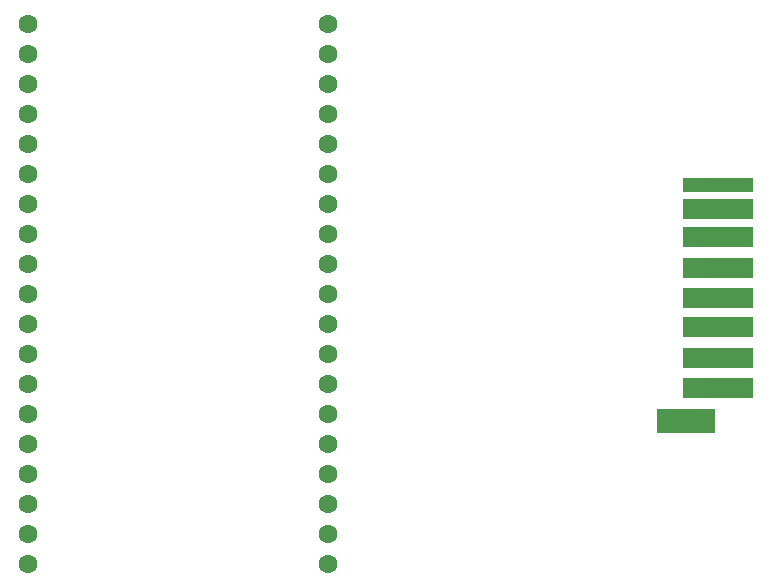
<source format=gbr>
%TF.GenerationSoftware,KiCad,Pcbnew,(6.0.6-0)*%
%TF.CreationDate,2022-07-29T16:47:40-07:00*%
%TF.ProjectId,sd_bt_streamer,73645f62-745f-4737-9472-65616d65722e,rev?*%
%TF.SameCoordinates,Original*%
%TF.FileFunction,Soldermask,Bot*%
%TF.FilePolarity,Negative*%
%FSLAX46Y46*%
G04 Gerber Fmt 4.6, Leading zero omitted, Abs format (unit mm)*
G04 Created by KiCad (PCBNEW (6.0.6-0)) date 2022-07-29 16:47:40*
%MOMM*%
%LPD*%
G01*
G04 APERTURE LIST*
%ADD10C,1.600000*%
%ADD11R,5.000000X2.000000*%
%ADD12R,6.000000X1.250000*%
%ADD13R,6.000000X1.750000*%
G04 APERTURE END LIST*
D10*
%TO.C,U2*%
X149300000Y-58640000D03*
X149300000Y-61180000D03*
X149300000Y-63720000D03*
X149300000Y-66260000D03*
X149300000Y-68800000D03*
X149300000Y-71340000D03*
X149300000Y-73880000D03*
X149300000Y-76420000D03*
X149300000Y-78960000D03*
X149300000Y-81500000D03*
X149300000Y-84040000D03*
X149300000Y-86580000D03*
X149300000Y-89120000D03*
X149300000Y-91660000D03*
X149300000Y-94200000D03*
X149300000Y-96740000D03*
X149300000Y-99280000D03*
X149300000Y-101820000D03*
X149300000Y-104360000D03*
X174700000Y-104360000D03*
X174700000Y-101820000D03*
X174700000Y-99280000D03*
X174700000Y-96740000D03*
X174700000Y-94200000D03*
X174700000Y-91660000D03*
X174700000Y-89120000D03*
X174700000Y-86580000D03*
X174700000Y-84040000D03*
X174700000Y-81500000D03*
X174700000Y-78960000D03*
X174700000Y-76420000D03*
X174700000Y-73880000D03*
X174700000Y-71340000D03*
X174700000Y-68800000D03*
X174700000Y-66260000D03*
X174700000Y-63720000D03*
X174700000Y-61180000D03*
X174700000Y-58640000D03*
%TD*%
D11*
%TO.C,U1*%
X205030000Y-92300000D03*
D12*
X207703000Y-72340000D03*
D13*
X207703000Y-74340000D03*
X207703000Y-76740000D03*
X207703000Y-79305000D03*
X207703000Y-81840000D03*
X207703000Y-84370000D03*
X207703000Y-86965000D03*
X207703000Y-89514600D03*
%TD*%
M02*

</source>
